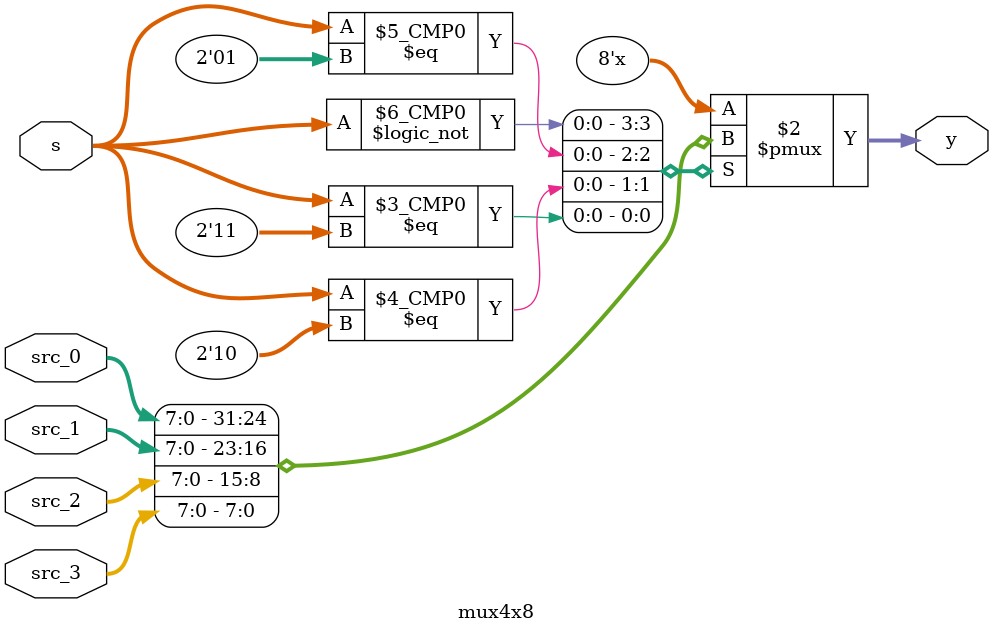
<source format=v>
`define clk_freq 25000000
`define player_move_interval (`clk_freq / 100)
`define screen_h 480
`define screen_w 640
`define core_size 15

module game (clk, reset_n, up_n, down_n, left_n, right_n,
             out_r, out_g, out_b, sync_h, sync_v, blank_n, scores);

    input clk, reset_n, up_n, down_n, left_n, right_n;

    output        sync_h, sync_v, blank_n;
    output  [7:0] out_r, out_g, out_b;
    output [19:0] scores;

    // controls
    wire [9:0] player_r, player_c, target_r, target_c, ghost_r, ghost_c;
    wire player_face_left, ghost_face_left;
    wire touch_target, game_over;

    player_control player_control_inst (clk, reset_n, game_over, up_n, down_n, left_n, right_n,
                                        player_r, player_c, player_face_left);
    target_control target_control_inst (clk, reset_n, game_over, touch_target, target_r, target_c, scores);
    ghost_control ghost_control_inst (clk, reset_n, game_over, scores, player_r, player_c, ghost_r, ghost_c, ghost_face_left);

    collision_detect detect_targt (player_r, player_c, target_r, target_c, touch_target);
    collision_detect detect_ghost (player_r, player_c, ghost_r, ghost_c, game_over);

    // display
    wire [9:0] row_i, col_i;  // the pixel data to be sent
    wire [1:0] at;
    wire is_player, is_target, is_ghost;  // whether this pixel is special
    wire [7:0] player_img_r, player_img_g, player_img_b,
               target_img_r, target_img_g, target_img_b,
               ghost_img_r, ghost_img_g, ghost_img_b,
               bg_img_r, bg_img_g, bg_img_b;

    assign at[0] = is_player | is_ghost;
    assign at[1] = is_target | is_ghost;

    vga_gen vga_gen_inst(clk, reset_n, row_i, col_i, sync_h, sync_v, blank_n);
    player_img player_img_inst(clk, row_i, col_i, player_r, player_c, player_face_left, is_player,
                               player_img_r, player_img_g, player_img_b);
    target_img target_img_inst(clk, row_i, col_i, target_r, target_c, is_target, target_img_r, target_img_g, target_img_b);
    ghost_img ghost_img_inst(clk, row_i, col_i, ghost_r, ghost_c, ghost_face_left, is_ghost,
                             ghost_img_r, ghost_img_g, ghost_img_b);
    bg_img bg_img_inst(clk, game_over, row_i, col_i, bg_img_r, bg_img_g, bg_img_b);

    // 0=background, 1=player, 2=target, 3=ghost
    mux4x8 color_r (bg_img_r, player_img_r, target_img_r, ghost_img_r, at, out_r);
    mux4x8 color_g (bg_img_g, player_img_g, target_img_g, ghost_img_g, at, out_g);
    mux4x8 color_b (bg_img_b, player_img_b, target_img_b, ghost_img_b, at, out_b);
endmodule // game

module collision_detect (p1_r, p1_c, p2_r, p2_c, collided);
    input [9:0] p1_r, p1_c, p2_r, p2_c;
    output collided;
    assign collided = (p1_r > p2_r ? p1_r - p2_r < `core_size : p2_r - p1_r < `core_size) &&
                      (p1_c > p2_c ? p1_c - p2_c < `core_size : p2_c - p1_c < `core_size);
endmodule

module random_pixel_1 (clk, reset_n, row_i, col_i);
    input clk, reset_n;

    output reg [9:0] row_i, col_i;

    reg [19:0] latent;

    always @ (posedge clk) begin
        if (reset_n == 0) begin  // reset
            latent = 20'd810275;
        end else begin  // or move elements and produce new target
            latent <= {latent[18:0], latent[19] ^ latent[0]};
            row_i <= 30 + (latent[9:0] % (`screen_h - 2 * 30));
            col_i <= 30 + (latent[19:10] % (`screen_w - 2 * 30));
        end
    end
endmodule

module random_pixel_2 (clk, reset_n, row_i, col_i);
    input clk, reset_n;

    output reg [9:0] row_i, col_i;

    reg [19:0] latent;

    always @ (posedge clk) begin
        if (reset_n == 0) begin  // reset
            latent = 20'd772372;
        end else begin  // or move elements and produce new target
            latent <= {latent[18:0], latent[19] ^ latent[0]};
            row_i <= 30 + (latent[9:0] % (`screen_h - 2 * 30));
            col_i <= 30 + (latent[19:10] % (`screen_w - 2 * 30));
        end
    end
endmodule

module player_control (clk, reset_n, game_over, up_n, down_n, left_n, right_n, player_r, player_c, player_face_left);
    input clk, reset_n, game_over, up_n, down_n, left_n, right_n;

    output reg       player_face_left;
    output reg [9:0] player_r, player_c;  // center of player, player size is 9x9

    reg [31:0] clk_counter;

    always @ (posedge clk) begin
        if (reset_n == 0) begin  // reset
            player_face_left <= 0;
            player_r <= `screen_h / 2;
            player_c <= `screen_w / 2;
            clk_counter <= 0;
        end else begin  // or move elements and produce new target
            if (!game_over) begin  // only response when game is on
                clk_counter <= clk_counter + 1;
                if (clk_counter >= `player_move_interval) begin
                    clk_counter <= 0;

                    // move player
                    if (up_n == 0 && player_r > `core_size / 2) begin
                        player_r <= player_r - 1;
                    end
                    if (down_n == 0 && player_r < `screen_h - `core_size / 2 - 1) begin
                        player_r <= player_r + 1;
                    end
                    if (left_n == 0 && player_c > `core_size / 2) begin
                        player_c <= player_c - 1;
                        player_face_left <= 1;
                    end
                    if (right_n == 0 && player_c < `screen_w - `core_size / 2 - 1) begin
                        player_c <= player_c + 1;
                        player_face_left <= 0;
                    end
                end
            end
        end
    end
endmodule // player_control

module target_control (clk, reset_n, game_over, touch_target, target_r, target_c, scores);
    input clk, reset_n, game_over, touch_target;

    output reg [9:0] target_r, target_c;  // center of target, target size is 9x9
    output reg [19:0] scores;

    wire [9:0] rand_r, rand_c;

    random_pixel_2 random_pixel_2_inst (clk, reset_n, rand_r, rand_c);

    always @ (posedge clk) begin
        if (reset_n == 0) begin  // reset
            scores <= 0;
            target_r <= rand_r;
            target_c <= rand_c;
        end else begin  // or move elements and produce new target
            if (!game_over) begin  // only response when game is on
                // score
                if (touch_target) begin
                    scores <= scores + 1;
                    target_r <= rand_r;
                    target_c <= rand_c;
                end
            end
        end
    end
endmodule // target_control

module ghost_control (clk, reset_n, game_over, scores, player_r, player_c, ghost_r, ghost_c, ghost_face_left);
    input       clk, reset_n, game_over;
    input [9:0] player_r, player_c;
    input [19:0] scores;

    output reg       ghost_face_left;
    output reg [9:0] ghost_r, ghost_c;  // center of ghost, ghost size is 9x9

    reg [31:0] clk_counter_4_ghost, clk_counter_4_time, time_elapsed;
    wire [9:0] rand_r, rand_c;
    wire [15:0] sqrt_of_scores;
    wire [31:0] unlimited = `clk_freq / (32'd10 + 32'd11 * sqrt_of_scores);
    wire [31:0] limit = `player_move_interval / 1.4;
    wire [31:0] move_interval = unlimited > limit ? unlimited : limit;

    random_pixel_1 random_pixel_1_inst (clk, reset_n, rand_r, rand_c);
    sqrt sqrt_inst({12'd0, scores}, sqrt_of_scores, remainder);

    always @ (posedge clk) begin
        if (reset_n == 0) begin  // reset
            ghost_r <= rand_r;
            ghost_c <= rand_c;
            ghost_face_left <= 0;

            clk_counter_4_ghost <= 0;
            clk_counter_4_time <= 0;
            time_elapsed <= 0;
        end else begin  // or move elements and produce new target
            if (!game_over) begin  // only response when game is on
                clk_counter_4_time <= clk_counter_4_time + 1;
                if (clk_counter_4_time >= 31'd25000000) begin
                    clk_counter_4_time <= 0;
                    time_elapsed <= time_elapsed + 1;
                end

                clk_counter_4_ghost <= clk_counter_4_ghost + 1;
                if (clk_counter_4_ghost >= move_interval) begin
                    clk_counter_4_ghost <= 0;

                    // move player
                    if (ghost_r > player_r && ghost_r > `core_size / 2) begin
                        ghost_r <= ghost_r - 1;
                    end
                    if (ghost_r < player_r && ghost_r < `screen_h - `core_size / 2 - 1) begin
                        ghost_r <= ghost_r + 1;
                    end
                    if (ghost_c > player_c && ghost_c > `core_size / 2) begin
                        ghost_c <= ghost_c - 1;
                        ghost_face_left <= 1;
                    end
                    if (ghost_c < player_c && ghost_c < `screen_w - `core_size / 2 - 1) begin
                        ghost_c <= ghost_c + 1;
                        ghost_face_left <= 0;
                    end
                end
            end
        end
    end
endmodule // ghost_control

module vga_gen (clk, reset_n, row_i, col_i, sync_h, sync_v, blank_n);
    input clk, reset_n;

    output           sync_h, sync_v, blank_n;
    output reg [9:0] row_i, col_i;

    parameter integer visible_area_h = 640;
    parameter integer front_porch_h = 16;
    parameter integer sync_pulse_h = 96;
    parameter integer back_porch_h = 48;
    parameter integer whole_line_h = 800;

    parameter integer visible_area_v= 480;
    parameter integer front_porch_v= 10;
    parameter integer sync_pulse_v= 2;
    parameter integer back_porch_v= 33;
    parameter integer whole_line_v = 525;

    // sync/blank signals
    assign sync_v = ~(row_i >= visible_area_v + front_porch_v && row_i < visible_area_v + front_porch_v + sync_pulse_v);
    assign sync_h = ~(col_i >= visible_area_h + front_porch_h && col_i < visible_area_h + front_porch_h + sync_pulse_h);
    assign blank_n = row_i < visible_area_v && col_i < visible_area_h;

    always @ (posedge clk) begin
        if (reset_n == 0) begin  // reset_n is avtive-low
            row_i <= 0; col_i <= 0;
        end else begin // update output index
            col_i = col_i + 1;
            if (col_i == whole_line_h) begin  // begin new line
                col_i = 0;
                row_i = row_i + 1;
                if (row_i == whole_line_v) begin  // begin new frame
                    row_i = 0;
                end
            end
        end
    end
endmodule

module region_detect (pixel_r, pixel_c, target_r, target_c, in_region, rel_r, rel_c);
    input [9:0] pixel_r, pixel_c, target_r, target_c;

    output       in_region;
    output [3:0] rel_r, rel_c;

    assign in_region = (pixel_r > target_r ? pixel_r - target_r < `core_size / 2 + 1 : target_r - pixel_r < `core_size / 2 + 1) &&
                       (pixel_c > target_c ? pixel_c - target_c < `core_size / 2 + 1 : target_c - pixel_c < `core_size / 2 + 1);
    assign rel_r = pixel_r - target_r + `core_size / 2;
    assign rel_c = pixel_c - target_c + `core_size / 2;
endmodule

module player_img (clk, row_i, col_i, player_r, player_c, player_face_left, is_player, color_r, color_g, color_b);
    input       clk, player_face_left;
    input [9:0] row_i, col_i, player_r, player_c;

    output       is_player;
    output [7:0] color_r, color_g, color_b;

    wire [3:0] rel_r, rel_c;
    wire [3:0] rel_c_rev = `core_size - 1 - rel_c;

    wire [7:0] index = player_face_left ? rel_r * `core_size + rel_c_rev : rel_r * `core_size + rel_c;

    region_detect player_detect(row_i, col_i, player_r, player_c, is_player, rel_r, rel_c);
    player_img_rom img_mem (index, ~clk, {color_r, color_g, color_b});
endmodule

module target_img (clk, row_i, col_i, target_r, target_c, is_target, color_r, color_g, color_b);
    input       clk;
    input [9:0] row_i, col_i, target_r, target_c;

    output       is_target;
    output [7:0] color_r, color_g, color_b;

    wire [3:0] rel_r, rel_c;
    wire [7:0] index = rel_r * `core_size + rel_c;
    region_detect target_detect(row_i, col_i, target_r, target_c, is_target, rel_r, rel_c);
    target_img_rom img_mem (index, ~clk, {color_r, color_g, color_b});
endmodule

module ghost_img (clk, row_i, col_i, ghost_r, ghost_c, ghost_face_left, is_ghost, color_r, color_g, color_b);
    input       clk, ghost_face_left;
    input [9:0] row_i, col_i, ghost_r, ghost_c;

    output       is_ghost;
    output [7:0] color_r, color_g, color_b;

    wire [3:0] rel_r, rel_c;
    wire [3:0] rel_c_rev = `core_size - 1 - rel_c;
    wire [7:0] index = ghost_face_left ? rel_r * `core_size + rel_c_rev : rel_r * `core_size + rel_c;
    region_detect ghost_detect(row_i, col_i, ghost_r, ghost_c, is_ghost, rel_r, rel_c);
    ghost_img_rom img_mem (index, ~clk, {color_r, color_g, color_b});
endmodule

module bg_img (clk, game_over, row_i, col_i, color_r, color_g, color_b);
    input       clk, game_over;
    input [9:0] row_i, col_i;

    output [7:0] color_r, color_g, color_b;

    parameter integer bg_pattern_size = 100;
    parameter integer over_pattern_size = 151;

    wire [6:0] bg_row = row_i % bg_pattern_size;
    wire [6:0] bg_col = col_i % bg_pattern_size;
    wire [13:0] bg_index = bg_row * bg_pattern_size + bg_col;

    wire overwrite = game_over &
                     (row_i > `screen_h / 2 ? row_i - `screen_h / 2 < over_pattern_size / 2 + 1 : `screen_h / 2 - row_i < over_pattern_size / 2 + 1) &&
                     (col_i > `screen_w / 2 ? col_i - `screen_w / 2 < over_pattern_size / 2 + 1 : `screen_w / 2 - col_i < over_pattern_size / 2 + 1);
    wire [7:0] over_row = row_i - `screen_h / 2 + over_pattern_size / 2;
    wire [7:0] over_col = col_i - `screen_w / 2 + over_pattern_size / 2;
    wire [14:0] over_index = over_row * over_pattern_size + over_col;

    wire [7:0] bg_r, bg_g, bg_b, over_r, over_g, over_b;

    assign color_r = overwrite ? over_r : bg_r;
    assign color_g = overwrite ? over_g : bg_g;
    assign color_b = overwrite ? over_b : bg_b;

    bg_img_rom bg_img_rom_inst (bg_index, ~clk, {bg_r, bg_g, bg_b});
    game_over_img_rom game_over_img_rom_inst (over_index, ~clk, {over_r, over_g, over_b});
endmodule // bg_img

module mux4x8 (src_0, src_1, src_2, src_3, s, y);
    input [7:0] src_0, src_1, src_2, src_3;
    input [1:0] s;

    output reg [7:0] y;

    always @ ( * ) begin
        case (s)
            2'b00: y = src_0;
            2'b01: y = src_1;
            2'b10: y = src_2;
            2'b11: y = src_3;
        endcase
    end
endmodule // mux4x8

</source>
